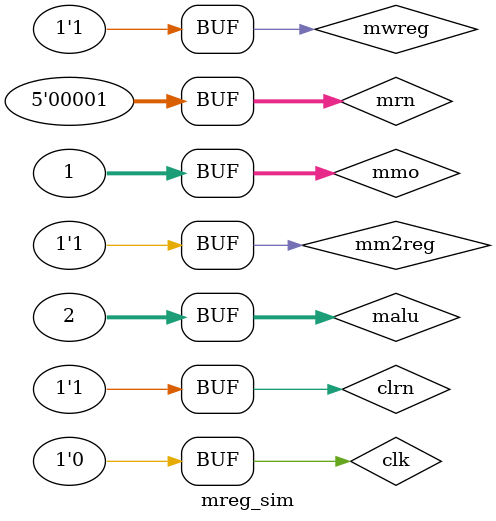
<source format=v>
`timescale 1ns / 1ps


module mreg_sim();
    
    reg [31:0] mmo,malu;
    reg [4:0] mrn;
    reg mwreg,mm2reg;
    reg clk,clrn;
    wire [31:0] wmo,walu;
    wire [4:0] wrn;
    wire wwreg,wm2reg;
    pipemwreg mmwreg(mwreg,mm2reg,mmo,malu,mrn,clk,clrn,wwreg,wm2reg,wmo,walu,wrn);
    always 
        begin
            clk=0;
            clrn = 1;
            mmo=32'h00000001;
            malu = 32'h00000002;
            mrn = 5'b00001;
            mwreg = 1;
            mm2reg = 1;
            #20;
            clrn = 0;
            #2
            clrn = 1;
            #2
    
            //ÔÚ0000h´¦Ð´Êý¾Ý12345678h
           
            #5;
            clk=0;
            #5;
            clk=1;
            #5;
            clk=0;
             
            #5;
            
            
            //¶Á0000hÊý¾Ý
            clk=1;
           
            #5;
            clk=0;
             
            #500;
            
        end
endmodule

</source>
